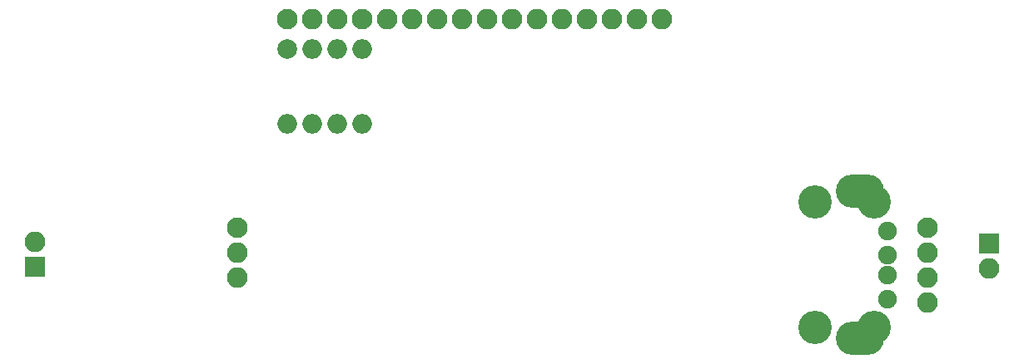
<source format=gbr>
G04 #@! TF.FileFunction,Soldermask,Bot*
%FSLAX46Y46*%
G04 Gerber Fmt 4.6, Leading zero omitted, Abs format (unit mm)*
G04 Created by KiCad (PCBNEW 4.0.6) date 05/08/17 22:23:47*
%MOMM*%
%LPD*%
G01*
G04 APERTURE LIST*
%ADD10C,0.100000*%
%ADD11C,1.900000*%
%ADD12C,3.400000*%
%ADD13O,4.900000X3.400000*%
%ADD14C,2.100000*%
%ADD15O,2.100000X2.100000*%
%ADD16R,2.100000X2.100000*%
%ADD17C,2.000000*%
%ADD18O,2.000000X2.000000*%
G04 APERTURE END LIST*
D10*
D11*
X196977000Y-110053000D03*
X196977000Y-107553000D03*
X196977000Y-105553000D03*
X196977000Y-103053000D03*
D12*
X195627000Y-112953000D03*
X195627000Y-100153000D03*
X189627000Y-112953000D03*
X189627000Y-100153000D03*
D11*
X196977000Y-110053000D03*
X196977000Y-107553000D03*
X196977000Y-105553000D03*
X196977000Y-103053000D03*
D13*
X194177000Y-114053000D03*
X194177000Y-99053000D03*
D14*
X130837586Y-102743000D03*
D15*
X130837586Y-105283000D03*
X130837586Y-107823000D03*
D14*
X135917586Y-81496683D03*
D15*
X138457586Y-81496683D03*
X140997586Y-81496683D03*
D14*
X143537586Y-81496683D03*
D15*
X146077586Y-81496683D03*
X148617586Y-81496683D03*
X151157586Y-81496683D03*
X153697586Y-81496683D03*
X156237586Y-81496683D03*
X158777586Y-81496683D03*
X161317586Y-81496683D03*
X163857586Y-81496683D03*
X166397586Y-81496683D03*
X168937586Y-81496683D03*
X171477586Y-81496683D03*
X174017586Y-81496683D03*
D14*
X201041000Y-102743000D03*
D15*
X201041000Y-105283000D03*
X201041000Y-107823000D03*
X201041000Y-110363000D03*
D16*
X207327500Y-104330500D03*
D15*
X207327500Y-106870500D03*
D16*
X110236000Y-106743500D03*
D15*
X110236000Y-104203500D03*
D17*
X135917586Y-84520961D03*
D18*
X143537586Y-92140961D03*
X138457586Y-84520961D03*
X140997586Y-92140961D03*
X140997586Y-84520961D03*
X138457586Y-92140961D03*
X143537586Y-84520961D03*
X135917586Y-92140961D03*
M02*

</source>
